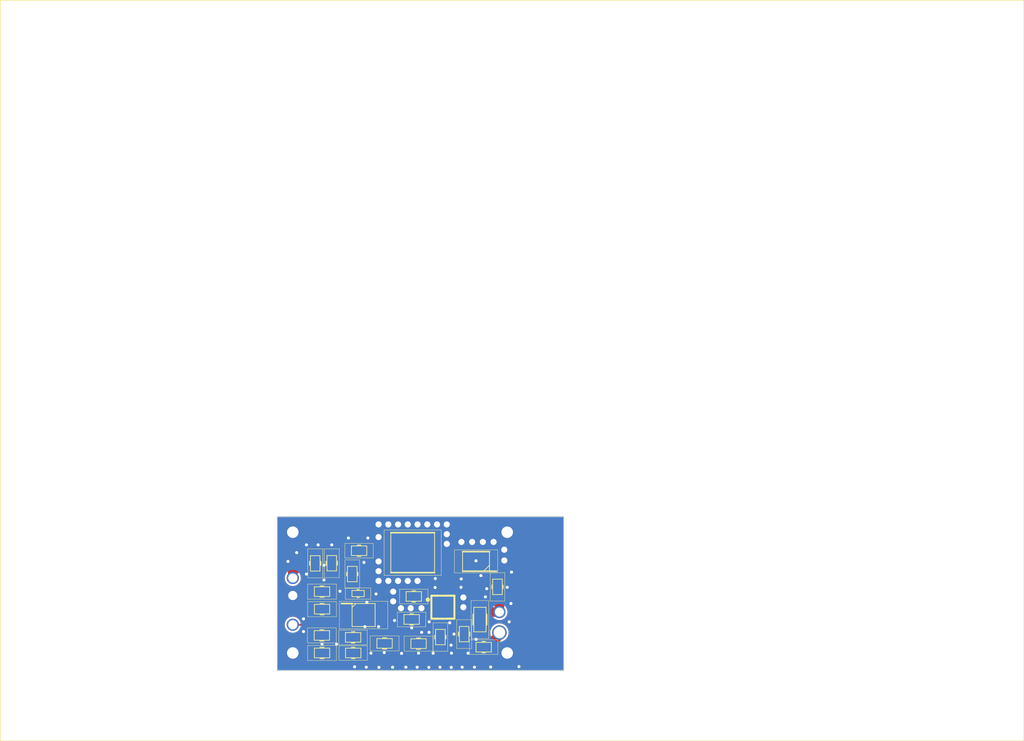
<source format=kicad_pcb>
(kicad_pcb (version 20221018) (generator pcbnew)
  (layers (0 "F.Cu" signal) (31 "B.Cu" signal) (34 "B.Paste" user) (35 "F.Paste" user) (36 "B.SilkS" user "B.Silkscreen") (37 "F.SilkS" user "F.Silkscreen") (38 "B.Mask" user) (39 "F.Mask" user) (44 "Edge.Cuts" user))
  (net 0 "")
  (net 1 "Net-(IC1-FB)")
  (net 2 "Net-(IC1-COMP)")
  (net 3 "Net-(IC1-RC)")
  (net 4 "Net-(IC1-SS)")
  (net 5 "Net-(D8-Conn)")
  (net 6 "Net-(C2-Pad1)")
  (net 7 "Net-(IC1-BP)")
  (net 8 "Net-(IC1-ISNS)")
  (net 9 "Net-(D10-Conn)")
  (net 10 "Net-(D12-Pad1)")
  (net 11 "Net-(D6-Conn)")
  (net 12 "Net-(Q1-D_1)")
  (net 13 "Net-(D17-Conn)")
  (net 14 "Net-(IC1-GDRV)")
  (net 15 "Net-(L2-Pad1)")
  (net 16 "Net-(Q1-S_1)")
  (net 17 "Net-(Q1-G)")
  (net 18 "GND")
  (footprint "Wire_holes:WireHole_1p5" (layer "F.Cu") (at 128.524 135.763)
    (fp_text reference "D6" hide)
    (fp_text value "Wire_Pad_01" hide)
    (pad "1" thru_hole circle (at 0 0) (size 1.9 1.9) (drill 1.5) (layers "*.Cu" "*.Mask") (net 11 "Net-(D6-Conn)"))
  )
  (footprint "Capacitor_SMD:C_0805_2012Metric_Pad1.18x1.45mm_HandSolder" (layer "F.Cu") (at 113.5595 137.1854)
    (fp_text reference "C9" hide)
    (fp_text value "C" hide)
    (pad "1" smd roundrect (at -1.0375 0) (size 1.175 1.45) (layers "F.Cu" "F.Paste" "F.Mask") (roundrect_rratio 0.212766) (net 7 "Net-(IC1-BP)"))
    (pad "2" smd roundrect (at 1.0375 0) (size 1.175 1.45) (layers "F.Cu" "F.Paste" "F.Mask") (roundrect_rratio 0.212766) (net 18 "GND"))
  )
  (footprint "Capacitor_SMD:C_0805_2012Metric_Pad1.18x1.45mm_HandSolder" (layer "F.Cu") (at 106.68 126.7245 -90)
    (fp_text reference "C5" hide)
    (fp_text value "C" hide)
    (pad "1" smd roundrect (at -1.0375 0 270) (size 1.175 1.45) (layers "F.Cu" "F.Paste" "F.Mask") (roundrect_rratio 0.212766) (net 5 "Net-(D8-Conn)"))
    (pad "2" smd roundrect (at 1.0375 0 270) (size 1.175 1.45) (layers "F.Cu" "F.Paste" "F.Mask") (roundrect_rratio 0.212766) (net 18 "GND"))
  )
  (footprint "Resistor_SMD:R_0805_2012Metric_Pad1.20x1.40mm_HandSolder" (layer "F.Cu") (at 109.458 136.398 180)
    (fp_text reference "R3" hide)
    (fp_text value "R" hide)
    (pad "1" smd roundrect (at -1 0 180) (size 1.2 1.4) (layers "F.Cu" "F.Paste" "F.Mask") (roundrect_rratio 0.208333) (net 1 "Net-(IC1-FB)"))
    (pad "2" smd roundrect (at 1 0 180) (size 1.2 1.4) (layers "F.Cu" "F.Paste" "F.Mask") (roundrect_rratio 0.208333) (net 6 "Net-(C2-Pad1)"))
  )
  (footprint "Resistor_SMD:R_0805_2012Metric_Pad1.20x1.40mm_HandSolder" (layer "F.Cu") (at 109.347 128.143 90)
    (fp_text reference "R4" hide)
    (fp_text value "R" hide)
    (pad "1" smd roundrect (at -1 0 90) (size 1.2 1.4) (layers "F.Cu" "F.Paste" "F.Mask") (roundrect_rratio 0.208333) (net 3 "Net-(IC1-RC)"))
    (pad "2" smd roundrect (at 1 0 90) (size 1.2 1.4) (layers "F.Cu" "F.Paste" "F.Mask") (roundrect_rratio 0.208333) (net 5 "Net-(D8-Conn)"))
  )
  (footprint "libraries:WireHole_1p2" (layer "F.Cu") (at 101.6 130.937)
    (fp_text reference "D1" hide)
    (fp_text value "WireHole_1p5" hide)
    (pad "1" thru_hole circle (at 0 0) (size 1.6 1.6) (drill 1.2) (layers "*.Cu" "*.Mask") (net 18 "GND"))
  )
  (footprint "Resistor_SMD:R_0805_2012Metric_Pad1.20x1.40mm_HandSolder" (layer "F.Cu") (at 109.474 138.43 180)
    (fp_text reference "R2" hide)
    (fp_text value "R" hide)
    (pad "1" smd roundrect (at -1 0 180) (size 1.2 1.4) (layers "F.Cu" "F.Paste" "F.Mask") (roundrect_rratio 0.208333) (net 11 "Net-(D6-Conn)"))
    (pad "2" smd roundrect (at 1 0 180) (size 1.2 1.4) (layers "F.Cu" "F.Paste" "F.Mask") (roundrect_rratio 0.208333) (net 1 "Net-(IC1-FB)"))
  )
  (footprint "Resistor_SMD:R_0805_2012Metric_Pad1.20x1.40mm_HandSolder" (layer "F.Cu") (at 117.0846 134.0612)
    (fp_text reference "R6" hide)
    (fp_text value "R" hide)
    (pad "1" smd roundrect (at -1 0) (size 1.2 1.4) (layers "F.Cu" "F.Paste" "F.Mask") (roundrect_rratio 0.208333) (net 14 "Net-(IC1-GDRV)"))
    (pad "2" smd roundrect (at 1 0) (size 1.2 1.4) (layers "F.Cu" "F.Paste" "F.Mask") (roundrect_rratio 0.208333) (net 17 "Net-(Q1-G)"))
  )
  (footprint "libraries:WireHole_1p2" (layer "F.Cu") (at 128.524 133.096)
    (fp_text reference "D10" hide)
    (fp_text value "WireHole_1p5" hide)
    (pad "1" thru_hole circle (at 0 0) (size 1.6 1.6) (drill 1.2) (layers "*.Cu" "*.Mask") (net 9 "Net-(D10-Conn)"))
  )
  (footprint "Capacitor_SMD:C_0805_2012Metric_Pad1.18x1.45mm_HandSolder" (layer "F.Cu") (at 105.41 132.715)
    (fp_text reference "C4" hide)
    (fp_text value "C" hide)
    (pad "1" smd roundrect (at -1.0375 0) (size 1.175 1.45) (layers "F.Cu" "F.Paste" "F.Mask") (roundrect_rratio 0.212766) (net 18 "GND"))
    (pad "2" smd roundrect (at 1.0375 0) (size 1.175 1.45) (layers "F.Cu" "F.Paste" "F.Mask") (roundrect_rratio 0.212766) (net 4 "Net-(IC1-SS)"))
  )
  (footprint "Capacitor_SMD:C_0805_2012Metric_Pad1.18x1.45mm_HandSolder" (layer "F.Cu") (at 123.9266 135.9662 -90)
    (fp_text reference "C30" hide)
    (fp_text value "C" hide)
    (pad "1" smd roundrect (at -1.0375 0 270) (size 1.175 1.45) (layers "F.Cu" "F.Paste" "F.Mask") (roundrect_rratio 0.212766) (net 9 "Net-(D10-Conn)"))
    (pad "2" smd roundrect (at 1.0375 0 270) (size 1.175 1.45) (layers "F.Cu" "F.Paste" "F.Mask") (roundrect_rratio 0.212766) (net 18 "GND"))
  )
  (footprint "Capacitor_SMD:C_0805_2012Metric_Pad1.18x1.45mm_HandSolder" (layer "F.Cu") (at 117.9869 137.2108 180)
    (fp_text reference "C11" hide)
    (fp_text value "C" hide)
    (pad "1" smd roundrect (at -1.0375 0 180) (size 1.175 1.45) (layers "F.Cu" "F.Paste" "F.Mask") (roundrect_rratio 0.212766) (net 8 "Net-(IC1-ISNS)"))
    (pad "2" smd roundrect (at 1.0375 0 180) (size 1.175 1.45) (layers "F.Cu" "F.Paste" "F.Mask") (roundrect_rratio 0.212766) (net 18 "GND"))
  )
  (footprint "libraries:DFN_3X3_EP" (layer "F.Cu") (at 121.158 132.461 -90)
    (fp_text reference "Q1" hide)
    (fp_text value "AON7407" hide)
    (pad "1" smd rect (at -0.975 1.4 270) (size 0.35 0.5) (layers "F.Cu" "F.Paste" "F.Mask") (net 16 "Net-(Q1-S_1)"))
    (pad "2" smd rect (at -0.325 1.4 270) (size 0.35 0.5) (layers "F.Cu" "F.Paste" "F.Mask") (net 16 "Net-(Q1-S_1)"))
    (pad "3" smd rect (at 0.325 1.4 270) (size 0.35 0.5) (layers "F.Cu" "F.Paste" "F.Mask") (net 16 "Net-(Q1-S_1)"))
    (pad "4" smd rect (at 0.975 1.4 270) (size 0.35 0.5) (layers "F.Cu" "F.Paste" "F.Mask") (net 17 "Net-(Q1-G)"))
    (pad "5" smd rect (at 0.975 -1.5) (size 0.3 0.4) (layers "F.Cu" "F.Paste" "F.Mask") (net 12 "Net-(Q1-D_1)"))
    (pad "6" smd rect (at 0.325 -1.5) (size 0.3 0.4) (layers "F.Cu" "F.Paste" "F.Mask") (net 12 "Net-(Q1-D_1)"))
    (pad "7" smd rect (at -0.325 -1.5) (size 0.3 0.4) (layers "F.Cu" "F.Paste" "F.Mask") (net 12 "Net-(Q1-D_1)"))
    (pad "8" smd rect (at -0.975 -1.5) (size 0.3 0.4) (layers "F.Cu" "F.Paste" "F.Mask") (net 12 "Net-(Q1-D_1)"))
    (pad "9" smd rect (at -1.415 0 270) (size 0.38 0.43) (layers "F.Cu" "F.Paste" "F.Mask"))
    (pad "10" smd rect (at 0 -0.36) (size 1.98 2.45) (layers "F.Cu" "F.Paste" "F.Mask"))
    (pad "11" smd rect (at 1.415 0 270) (size 0.38 0.43) (layers "F.Cu" "F.Paste" "F.Mask"))
  )
  (footprint "Resistor_SMD:R_0805_2012Metric_Pad1.20x1.40mm_HandSolder" (layer "F.Cu") (at 126.476 137.668)
    (fp_text reference "R1" hide)
    (fp_text value "R" hide)
    (pad "1" smd roundrect (at -1 0) (size 1.2 1.4) (layers "F.Cu" "F.Paste" "F.Mask") (roundrect_rratio 0.208333) (net 18 "GND"))
    (pad "2" smd roundrect (at 1 0) (size 1.2 1.4) (layers "F.Cu" "F.Paste" "F.Mask") (roundrect_rratio 0.208333) (net 11 "Net-(D6-Conn)"))
  )
  (footprint "Capacitor_SMD:C_0603_1608Metric_Pad1.08x0.95mm_HandSolder" (layer "F.Cu") (at 110.109 130.683 180)
    (fp_text reference "C12" hide)
    (fp_text value "C" hide)
    (pad "1" smd roundrect (at -0.8625 0 180) (size 1.075 0.95) (layers "F.Cu" "F.Paste" "F.Mask") (net 5 "Net-(D8-Conn)"))
    (pad "2" smd roundrect (at 0.8625 0 180) (size 1.075 0.95) (layers "F.Cu" "F.Paste" "F.Mask") (net 18 "GND"))
  )
  (footprint "Wire_holes:WireHole_1p5" (layer "F.Cu") (at 101.6 138.43)
    (fp_text reference "U4" hide)
    (fp_text value "Mounting_Hole_M2" hide)
    (pad "1" thru_hole circle (at 0 0) (size 1.9 1.9) (drill 1.5) (layers "*.Cu" "*.Mask") (net 18 "GND"))
  )
  (footprint "Capacitor_SMD:C_0805_2012Metric_Pad1.18x1.45mm_HandSolder" (layer "F.Cu") (at 105.3885 136.144 180)
    (fp_text reference "C2" hide)
    (fp_text value "C" hide)
    (pad "1" smd roundrect (at -1.0375 0 180) (size 1.175 1.45) (layers "F.Cu" "F.Paste" "F.Mask") (roundrect_rratio 0.212766) (net 6 "Net-(C2-Pad1)"))
    (pad "2" smd roundrect (at 1.0375 0 180) (size 1.175 1.45) (layers "F.Cu" "F.Paste" "F.Mask") (roundrect_rratio 0.212766) (net 2 "Net-(IC1-COMP)"))
  )
  (footprint "Wire_holes:WireHole_1p5" (layer "F.Cu") (at 129.54 138.43)
    (fp_text reference "U3" hide)
    (fp_text value "Mounting_Hole_M2" hide)
    (pad "1" thru_hole circle (at 0 0) (size 1.9 1.9) (drill 1.5) (layers "*.Cu" "*.Mask") (net 18 "GND"))
  )
  (footprint "Resistor_SMD:R_0805_2012Metric_Pad1.20x1.40mm_HandSolder" (layer "F.Cu") (at 128.27 129.81 90)
    (fp_text reference "R12" hide)
    (fp_text value "R" hide)
    (pad "1" smd roundrect (at -1 0 90) (size 1.2 1.4) (layers "F.Cu" "F.Paste" "F.Mask") (roundrect_rratio 0.208333) (net 9 "Net-(D10-Conn)"))
    (pad "2" smd roundrect (at 1 0 90) (size 1.2 1.4) (layers "F.Cu" "F.Paste" "F.Mask") (roundrect_rratio 0.208333) (net 10 "Net-(D12-Pad1)"))
  )
  (footprint "Capacitor_SMD:C_1206_3216Metric_Pad1.33x1.80mm_HandSolder" (layer "F.Cu") (at 125.984 134.0735 -90)
    (fp_text reference "C13" hide)
    (fp_text value "C" hide)
    (pad "1" smd roundrect (at -1.5625 0 270) (size 1.325 1.8) (layers "F.Cu" "F.Paste" "F.Mask") (roundrect_rratio 0.188679) (net 9 "Net-(D10-Conn)"))
    (pad "2" smd roundrect (at 1.5625 0 270) (size 1.325 1.8) (layers "F.Cu" "F.Paste" "F.Mask") (roundrect_rratio 0.188679) (net 18 "GND"))
  )
  (footprint "libraries:SODFL4626X120N" (layer "F.Cu") (at 125.476 126.492 180)
    (fp_text reference "D12" hide)
    (fp_text value "SS36" hide)
    (pad "1" smd rect (at -1.9 0 180) (size 1.53 1.63) (layers "F.Cu" "F.Paste" "F.Mask") (net 10 "Net-(D12-Pad1)"))
    (pad "2" smd rect (at 1.9 0 180) (size 1.53 1.63) (layers "F.Cu" "F.Paste" "F.Mask") (net 12 "Net-(Q1-D_1)"))
  )
  (footprint "Wire_holes:WireHole_1p5" (layer "F.Cu") (at 101.6 122.682)
    (fp_text reference "U5" hide)
    (fp_text value "Mounting_Hole_M2" hide)
    (pad "1" thru_hole circle (at 0 0) (size 1.9 1.9) (drill 1.5) (layers "*.Cu" "*.Mask") (net 18 "GND"))
  )
  (footprint "Wire_holes:WireHole_1p5" (layer "F.Cu") (at 129.54 122.682)
    (fp_text reference "U2" hide)
    (fp_text value "Mounting_Hole_M2" hide)
    (pad "1" thru_hole circle (at 0 0) (size 1.9 1.9) (drill 1.5) (layers "*.Cu" "*.Mask") (net 18 "GND"))
  )
  (footprint "Resistor_SMD:R_0805_2012Metric_Pad1.20x1.40mm_HandSolder" (layer "F.Cu") (at 117.364 131.064 180)
    (fp_text reference "R8" hide)
    (fp_text value "R" hide)
    (pad "1" smd roundrect (at -1 0 180) (size 1.2 1.4) (layers "F.Cu" "F.Paste" "F.Mask") (roundrect_rratio 0.208333) (net 16 "Net-(Q1-S_1)"))
    (pad "2" smd roundrect (at 1 0 180) (size 1.2 1.4) (layers "F.Cu" "F.Paste" "F.Mask") (roundrect_rratio 0.208333) (net 18 "GND"))
  )
  (footprint "Resistor_SMD:R_0805_2012Metric_Pad1.20x1.40mm_HandSolder" (layer "F.Cu") (at 110.236 125.095)
    (fp_text reference "R11" hide)
    (fp_text value "R" hide)
    (pad "1" smd roundrect (at -1 0) (size 1.2 1.4) (layers "F.Cu" "F.Paste" "F.Mask") (roundrect_rratio 0.208333) (net 5 "Net-(D8-Conn)"))
    (pad "2" smd roundrect (at 1 0) (size 1.2 1.4) (layers "F.Cu" "F.Paste" "F.Mask") (roundrect_rratio 0.208333) (net 15 "Net-(L2-Pad1)"))
  )
  (footprint "libraries:INDPM5752X300N" (layer "F.Cu") (at 117.221 125.349)
    (fp_text reference "L2" hide)
    (fp_text value "SRP7050AA-220M" hide)
    (pad "1" smd rect (at -2.4 0 90) (size 1.6 2.15) (layers "F.Cu" "F.Paste" "F.Mask") (net 15 "Net-(L2-Pad1)"))
    (pad "2" smd rect (at 2.4 0 90) (size 1.6 2.15) (layers "F.Cu" "F.Paste" "F.Mask") (net 12 "Net-(Q1-D_1)"))
  )
  (footprint "Capacitor_SMD:C_0805_2012Metric_Pad1.18x1.45mm_HandSolder" (layer "F.Cu") (at 105.41 138.43 180)
    (fp_text reference "C1" hide)
    (fp_text value "C" hide)
    (pad "1" smd roundrect (at -1.0375 0 180) (size 1.175 1.45) (layers "F.Cu" "F.Paste" "F.Mask") (roundrect_rratio 0.212766) (net 1 "Net-(IC1-FB)"))
    (pad "2" smd roundrect (at 1.0375 0 180) (size 1.175 1.45) (layers "F.Cu" "F.Paste" "F.Mask") (roundrect_rratio 0.212766) (net 2 "Net-(IC1-COMP)"))
  )
  (footprint "libraries:SOP50P490X110-11N" (layer "F.Cu") (at 110.83 133.485)
    (fp_text reference "IC1" hide)
    (fp_text value "TPS40211QDGQRQ1" hide)
    (pad "1" smd rect (at -2.2 -1 90) (size 0.3 1.4) (layers "F.Cu" "F.Paste" "F.Mask") (net 3 "Net-(IC1-RC)"))
    (pad "2" smd rect (at -2.2 -0.5 90) (size 0.3 1.4) (layers "F.Cu" "F.Paste" "F.Mask") (net 4 "Net-(IC1-SS)"))
    (pad "3" smd rect (at -2.2 0 90) (size 0.3 1.4) (layers "F.Cu" "F.Paste" "F.Mask") (net 13 "Net-(D17-Conn)"))
    (pad "4" smd rect (at -2.2 0.5 90) (size 0.3 1.4) (layers "F.Cu" "F.Paste" "F.Mask") (net 2 "Net-(IC1-COMP)"))
    (pad "5" smd rect (at -2.2 1 90) (size 0.3 1.4) (layers "F.Cu" "F.Paste" "F.Mask") (net 1 "Net-(IC1-FB)"))
    (pad "6" smd rect (at 2.2 1 90) (size 0.3 1.4) (layers "F.Cu" "F.Paste" "F.Mask") (net 18 "GND"))
    (pad "7" smd rect (at 2.2 0.5 90) (size 0.3 1.4) (layers "F.Cu" "F.Paste" "F.Mask") (net 8 "Net-(IC1-ISNS)"))
    (pad "8" smd rect (at 2.2 0 90) (size 0.3 1.4) (layers "F.Cu" "F.Paste" "F.Mask") (net 14 "Net-(IC1-GDRV)"))
    (pad "9" smd rect (at 2.2 -0.5 90) (size 0.3 1.4) (layers "F.Cu" "F.Paste" "F.Mask") (net 7 "Net-(IC1-BP)"))
    (pad "10" smd rect (at 2.2 -1 90) (size 0.3 1.4) (layers "F.Cu" "F.Paste" "F.Mask") (net 5 "Net-(D8-Conn)"))
    (pad "11" smd rect (at 0 0) (size 1.57 1.88) (layers "F.Cu" "F.Paste" "F.Mask") (net 18 "GND"))
  )
  (footprint "Capacitor_SMD:C_0805_2012Metric_Pad1.18x1.45mm_HandSolder" (layer "F.Cu") (at 105.41 130.429)
    (fp_text reference "C3" hide)
    (fp_text value "C" hide)
    (pad "1" smd roundrect (at -1.0375 0) (size 1.175 1.45) (layers "F.Cu" "F.Paste" "F.Mask") (roundrect_rratio 0.212766) (net 18 "GND"))
    (pad "2" smd roundrect (at 1.0375 0) (size 1.175 1.45) (layers "F.Cu" "F.Paste" "F.Mask") (roundrect_rratio 0.212766) (net 3 "Net-(IC1-RC)"))
  )
  (footprint "libraries:WireHole_1p2" (layer "F.Cu") (at 101.6 134.747)
    (fp_text reference "D17" hide)
    (fp_text value "WireHole_1p5" hide)
    (pad "1" thru_hole circle (at 0 0) (size 1.6 1.6) (drill 1.2) (layers "*.Cu" "*.Mask") (net 13 "Net-(D17-Conn)"))
  )
  (footprint "libraries:WireHole_1p2" (layer "F.Cu") (at 101.6 128.651)
    (fp_text reference "D8" hide)
    (fp_text value "WireHole_1p5" hide)
    (pad "1" thru_hole circle (at 0 0) (size 1.6 1.6) (drill 1.2) (layers "*.Cu" "*.Mask") (net 5 "Net-(D8-Conn)"))
  )
  (footprint "Resistor_SMD:R_0805_2012Metric_Pad1.20x1.40mm_HandSolder" (layer "F.Cu") (at 120.8278 136.3566 90)
    (fp_text reference "R7" hide)
    (fp_text value "R" hide)
    (pad "1" smd roundrect (at -1 0 90) (size 1.2 1.4) (layers "F.Cu" "F.Paste" "F.Mask") (roundrect_rratio 0.208333) (net 8 "Net-(IC1-ISNS)"))
    (pad "2" smd roundrect (at 1 0 90) (size 1.2 1.4) (layers "F.Cu" "F.Paste" "F.Mask") (roundrect_rratio 0.208333) (net 16 "Net-(Q1-S_1)"))
  )
  (footprint "Capacitor_SMD:C_0805_2012Metric_Pad1.18x1.45mm_HandSolder" (layer "F.Cu") (at 104.521 126.746 -90)
    (fp_text reference "C8" hide)
    (fp_text value "C" hide)
    (pad "1" smd roundrect (at -1.0375 0 270) (size 1.175 1.45) (layers "F.Cu" "F.Paste" "F.Mask") (roundrect_rratio 0.212766) (net 5 "Net-(D8-Conn)"))
    (pad "2" smd roundrect (at 1.0375 0 270) (size 1.175 1.45) (layers "F.Cu" "F.Paste" "F.Mask") (roundrect_rratio 0.212766) (net 18 "GND"))
  )
  (gr_line (start 63.5 53.34) (end 196.85 53.34) (stroke (width 0.1)) (layer "F.SilkS"))
  (gr_line (start 196.85 149.86) (end 63.5 149.86) (stroke (width 0.1)) (layer "F.SilkS"))
  (gr_line (start 196.85 53.34) (end 196.85 149.86) (stroke (width 0.1)) (layer "F.SilkS"))
  (gr_line (start 63.5 149.86) (end 63.5 53.34) (stroke (width 0.1)) (layer "F.SilkS"))
  (gr_line (start 136.906 140.716) (end 99.568 140.716) (stroke (width 0.1)) (layer "Edge.Cuts"))
  (gr_line (start 136.906 120.65) (end 136.906 140.716) (stroke (width 0.1)) (layer "Edge.Cuts"))
  (gr_line (start 99.568 140.716) (end 99.568 120.65) (stroke (width 0.1)) (layer "Edge.Cuts"))
  (gr_line (start 99.568 120.65) (end 136.906 120.65) (stroke (width 0.1)) (layer "Edge.Cuts"))
  (segment (start 106.4475 138.43) (end 108.474 138.43) (width 0.25) (layer "F.Cu") (net 1))
  (segment (start 110.458 136.446) (end 108.474 138.43) (width 0.25) (layer "F.Cu") (net 1))
  (segment (start 108.63 134.57) (end 110.458 136.398) (width 0.25) (layer "F.Cu") (net 1))
  (segment (start 110.458 136.398) (end 110.458 136.446) (width 0.25) (layer "F.Cu") (net 1))
  (segment (start 108.63 134.485) (end 108.63 134.57) (width 0.25) (layer "F.Cu") (net 1))
  (segment (start 107.63 133.985) (end 106.741 134.874) (width 0.25) (layer "F.Cu") (net 2))
  (segment (start 106.741 134.874) (end 105.621 134.874) (width 0.25) (layer "F.Cu") (net 2))
  (segment (start 105.621 134.874) (end 104.351 136.144) (width 0.25) (layer "F.Cu") (net 2))
  (segment (start 104.3725 138.43) (end 104.3725 136.1655) (width 0.25) (layer "F.Cu") (net 2))
  (segment (start 108.63 133.985) (end 107.63 133.985) (width 0.25) (layer "F.Cu") (net 2))
  (segment (start 104.3725 136.1655) (end 104.351 136.144) (width 0.25) (layer "F.Cu") (net 2))
  (segment (start 106.4475 130.429) (end 106.574 130.429) (width 0.25) (layer "F.Cu") (net 3))
  (segment (start 107.7335 129.143) (end 106.4475 130.429) (width 0.25) (layer "F.Cu") (net 3))
  (segment (start 106.574 130.429) (end 108.63 132.485) (width 0.25) (layer "F.Cu") (net 3))
  (segment (start 109.347 129.143) (end 107.7335 129.143) (width 0.25) (layer "F.Cu") (net 3))
  (segment (start 106.7175 132.985) (end 106.4475 132.715) (width 0.25) (layer "F.Cu") (net 4))
  (segment (start 108.63 132.985) (end 106.7175 132.985) (width 0.25) (layer "F.Cu") (net 4))
  (segment (start 108.569 125.095) (end 107.934 125.73) (width 1.25) (layer "F.Cu") (net 5))
  (segment (start 110.9715 130.683) (end 111.228 130.683) (width 0.25) (layer "F.Cu") (net 5))
  (segment (start 110.9715 130.683) (end 110.9715 128.7675) (width 0.25) (layer "F.Cu") (net 5))
  (segment (start 111.228 130.683) (end 113.03 132.485) (width 0.25) (layer "F.Cu") (net 5))
  (segment (start 101.6 127.84139) (end 101.6 128.397) (width 1.25) (layer "F.Cu") (net 5))
  (segment (start 107.891 125.687) (end 103.75439 125.687) (width 1.25) (layer "F.Cu") (net 5))
  (segment (start 110.9715 128.7675) (end 107.934 125.73) (width 0.25) (layer "F.Cu") (net 5))
  (segment (start 103.75439 125.687) (end 101.6 127.84139) (width 1.25) (layer "F.Cu") (net 5))
  (segment (start 101.6 128.397) (end 101.6 128.651) (width 0.25) (layer "F.Cu") (net 5))
  (segment (start 109.236 125.095) (end 108.569 125.095) (width 1.25) (layer "F.Cu") (net 5))
  (segment (start 107.934 125.73) (end 107.891 125.687) (width 2) (layer "F.Cu") (net 5))
  (segment (start 108.458 136.398) (end 106.68 136.398) (width 0.25) (layer "F.Cu") (net 6))
  (segment (start 106.68 136.398) (end 106.426 136.144) (width 0.25) (layer "F.Cu") (net 6))
  (segment (start 111.94 133.075) (end 111.94 136.6034) (width 0.25) (layer "F.Cu") (net 7))
  (segment (start 113.03 132.985) (end 112.03 132.985) (width 0.25) (layer "F.Cu") (net 7))
  (segment (start 111.94 136.6034) (end 112.522 137.1854) (width 0.25) (layer "F.Cu") (net 7))
  (segment (start 112.03 132.985) (end 111.94 133.075) (width 0.25) (layer "F.Cu") (net 7))
  (segment (start 120.682 137.2108) (end 120.8278 137.3566) (width 0.25) (layer "F.Cu") (net 8))
  (segment (start 113.03 133.985) (end 113.8428 133.985) (width 0.25) (layer "F.Cu") (net 8))
  (segment (start 119.0244 137.2108) (end 120.682 137.2108) (width 0.25) (layer "F.Cu") (net 8))
  (segment (start 113.8428 133.985) (end 114.1222 134.2644) (width 0.25) (layer "F.Cu") (net 8))
  (segment (start 115.019 135.974) (end 117.3812 135.974) (width 0.25) (layer "F.Cu") (net 8))
  (segment (start 114.1222 134.2644) (end 114.1222 135.0772) (width 0.25) (layer "F.Cu") (net 8))
  (segment (start 117.3812 135.974) (end 118.618 137.2108) (width 0.25) (layer "F.Cu") (net 8))
  (segment (start 118.618 137.2108) (end 119.0244 137.2108) (width 0.25) (layer "F.Cu") (net 8))
  (segment (start 114.1222 135.0772) (end 115.019 135.974) (width 0.25) (layer "F.Cu") (net 8))
  (segment (start 123.9735 134.5215) (end 125.984 132.511) (width 1.25) (layer "F.Cu") (net 9))
  (segment (start 128.524 133.096) (end 128.524 131.064) (width 1.25) (layer "F.Cu") (net 9))
  (segment (start 125.476 133.096) (end 128.524 133.096) (width 1.25) (layer "F.Cu") (net 9))
  (segment (start 128.524 131.064) (end 128.27 130.81) (width 0.25) (layer "F.Cu") (net 9))
  (segment (start 127.4285 127.9685) (end 128.27 128.81) (width 1.25) (layer "F.Cu") (net 10))
  (segment (start 126.868 126.238) (end 126.995 126.365) (width 0.25) (layer "F.Cu") (net 10))
  (segment (start 127.4285 126.5445) (end 127.4285 127.9685) (width 1.25) (layer "F.Cu") (net 10))
  (segment (start 127.249 126.365) (end 127.4285 126.5445) (width 1.25) (layer "F.Cu") (net 10))
  (segment (start 110.474 138.8204) (end 110.474 138.43) (width 0.5) (layer "F.Cu") (net 11))
  (segment (start 128.524 136.0805) (end 128.524 135.763) (width 1.25) (layer "F.Cu") (net 11))
  (segment (start 111.0488 139.3952) (end 110.474 138.8204) (width 0.5) (layer "F.Cu") (net 11))
  (segment (start 127.5715 137.033) (end 128.524 136.0805) (width 1.25) (layer "F.Cu") (net 11))
  (segment (start 126.4158 139.3952) (end 111.0488 139.3952) (width 0.5) (layer "F.Cu") (net 11))
  (segment (start 127.4158 138.3952) (end 126.4158 139.3952) (width 0.5) (layer "F.Cu") (net 11))
  (segment (start 121.793 131.046) (end 121.793 126.365) (width 1.75) (layer "F.Cu") (net 12))
  (segment (start 121.793 126.365) (end 121.666 126.238) (width 0.25) (layer "F.Cu") (net 12))
  (segment (start 120.767 131.858) (end 120.774 131.865) (width 0.25) (layer "F.Cu") (net 12))
  (segment (start 121.666 126.238) (end 119.507 126.238) (width 1.85) (layer "F.Cu") (net 12))
  (segment (start 123.576 126.492) (end 123.322 126.238) (width 0.25) (layer "F.Cu") (net 12))
  (segment (start 123.571 126.497) (end 123.576 126.492) (width 0.25) (layer "F.Cu") (net 12))
  (segment (start 123.322 126.238) (end 121.666 126.238) (width 1.85) (layer "F.Cu") (net 12))
  (segment (start 106.549173 134.239) (end 104.013 134.239) (width 0.25) (layer "F.Cu") (net 13))
  (segment (start 108.63 133.485) (end 107.303173 133.485) (width 0.25) (layer "F.Cu") (net 13))
  (segment (start 103.505 134.747) (end 101.6 134.747) (width 0.25) (layer "F.Cu") (net 13))
  (segment (start 107.303173 133.485) (end 106.549173 134.239) (width 0.25) (layer "F.Cu") (net 13))
  (segment (start 104.013 134.239) (end 103.505 134.747) (width 0.25) (layer "F.Cu") (net 13))
  (segment (start 113.03 133.485) (end 115.5084 133.485) (width 0.25) (layer "F.Cu") (net 14))
  (segment (start 115.5084 133.485) (end 116.0846 134.0612) (width 0.25) (layer "F.Cu") (net 14))
  (segment (start 111.236 125.095) (end 114.567 125.095) (width 1.25) (layer "F.Cu") (net 15))
  (segment (start 114.567 125.095) (end 114.821 125.349) (width 1.25) (layer "F.Cu") (net 15))
  (segment (start 119.959 132.786) (end 120.269 133.096) (width 0.2) (layer "F.Cu") (net 16))
  (segment (start 119.758 131.3912) (end 119.3292 130.9624) (width 1) (layer "F.Cu") (net 16))
  (segment (start 120.269 133.1515) (end 120.269 135.382) (width 0.2) (layer "F.Cu") (net 16))
  (segment (start 119.758 131.486) (end 119.758 131.3912) (width 0.25) (layer "F.Cu") (net 16))
  (segment (start 119.959 132.786) (end 119.758 132.786) (width 0.1) (layer "F.Cu") (net 16))
  (segment (start 118.4656 130.9624) (end 118.364 131.064) (width 0.25) (layer "F.Cu") (net 16))
  (segment (start 119.3292 130.9624) (end 118.4656 130.9624) (width 1) (layer "F.Cu") (net 16))
  (segment (start 119.758 131.486) (end 119.758 132.786) (width 0.5) (layer "F.Cu") (net 16))
  (segment (start 119.758 133.436) (end 117.881 133.436) (width 0.25) (layer "F.Cu") (net 17))
  (segment (start 112.633 138.43) (end 112.649 138.414) (width 0.25) (layer "F.Cu") (net 18))
  (via (at 121.666 124.206) (size 1) (drill 0.8) (layers "F.Cu" "B.Cu") (net 18))
  (via (at 116.967 132.588) (size 1) (drill 0.8) (layers "F.Cu" "B.Cu") (net 18))
  (via (at 107.7468 130.3782) (size 0.8) (drill 0.4) (layers "F.Cu" "B.Cu") (net 18))
  (via (at 113.5126 138.3792) (size 0.8) (drill 0.4) (layers "F.Cu" "B.Cu") (net 18))
  (via (at 112.776 123.317) (size 1) (drill 0.8) (layers "F.Cu" "B.Cu") (net 18))
  (via (at 112.8268 140.3096) (size 0.8) (drill 0.4) (layers "F.Cu" "B.Cu") (net 18))
  (via (at 123.6726 140.2842) (size 0.8) (drill 0.4) (layers "F.Cu" "B.Cu") (net 18))
  (via (at 109.6518 140.2334) (size 0.8) (drill 0.4) (layers "F.Cu" "B.Cu") (net 18))
  (via (at 111.1758 140.2842) (size 0.8) (drill 0.4) (layers "F.Cu" "B.Cu") (net 18))
  (via (at 124.4346 138.4554) (size 0.8) (drill 0.4) (layers "F.Cu" "B.Cu") (net 18))
  (via (at 122.2248 137.414) (size 0.8) (drill 0.4) (layers "F.Cu" "B.Cu") (net 18))
  (via (at 130.0226 131.9784) (size 0.8) (drill 0.4) (layers "F.Cu" "B.Cu") (net 18))
  (via (at 125.2728 140.2842) (size 0.8) (drill 0.4) (layers "F.Cu" "B.Cu") (net 18))
  (via (at 119.38 134.366) (size 0.8) (drill 0.4) (layers "F.Cu" "B.Cu") (net 18))
  (via (at 129.54 129.8702) (size 0.8) (drill 0.4) (layers "F.Cu" "B.Cu") (net 18))
  (via (at 119.3292 140.3096) (size 0.8) (drill 0.4) (layers "F.Cu" "B.Cu") (net 18))
  (via (at 121.666 122.936) (size 1) (drill 0.8) (layers "F.Cu" "B.Cu") (net 18))
  (via (at 130.0988 127.889) (size 0.8) (drill 0.4) (layers "F.Cu" "B.Cu") (net 18))
  (via (at 114.681 131.699) (size 1) (drill 0.8) (layers "F.Cu" "B.Cu") (net 18))
  (via (at 122.2502 140.3096) (size 0.8) (drill 0.4) (layers "F.Cu" "B.Cu") (net 18))
  (via (at 129.159 124.968) (size 1) (drill 0.8) (layers "F.Cu" "B.Cu") (net 18))
  (via (at 102.997 135.636) (size 0.8) (drill 0.4) (layers "F.Cu" "B.Cu") (net 18))
  (via (at 122.047 134.493) (size 0.8) (drill 0.4) (layers "F.Cu" "B.Cu") (net 18))
  (via (at 122.2756 138.4554) (size 0.8) (drill 0.4) (layers "F.Cu" "B.Cu") (net 18))
  (via (at 114.681 130.429) (size 1) (drill 0.8) (layers "F.Cu" "B.Cu") (net 18))
  (via (at 125.476 126.4158) (size 0.8) (drill 0.4) (layers "F.Cu" "B.Cu") (net 18))
  (via (at 114.8588 134.1882) (size 0.8) (drill 0.4) (layers "F.Cu" "B.Cu") (net 18))
  (via (at 127.762 123.952) (size 1) (drill 0.8) (layers "F.Cu" "B.Cu") (net 18))
  (via (at 112.4458 130.7338) (size 0.8) (drill 0.4) (layers "F.Cu" "B.Cu") (net 18))
  (via (at 118.364 132.588) (size 1) (drill 0.8) (layers "F.Cu" "B.Cu") (net 18))
  (via (at 102.997 133.985) (size 0.8) (drill 0.4) (layers "F.Cu" "B.Cu") (net 18))
  (via (at 108.839 123.444) (size 0.8) (drill 0.4) (layers "F.Cu" "B.Cu") (net 18))
  (via (at 112.776 126.492) (size 1) (drill 0.8) (layers "F.Cu" "B.Cu") (net 18))
  (via (at 123.5456 128.778) (size 0.8) (drill 0.4) (layers "F.Cu" "B.Cu") (net 18))
  (via (at 114.046 121.666) (size 1) (drill 0.8) (layers "F.Cu" "B.Cu") (net 18))
  (via (at 124.968 123.952) (size 1) (drill 0.8) (layers "F.Cu" "B.Cu") (net 18))
  (via (at 117.983 138.4554) (size 0.8) (drill 0.4) (layers "F.Cu" "B.Cu") (net 18))
  (via (at 117.856 121.666) (size 1) (drill 0.8) (layers "F.Cu" "B.Cu") (net 18))
  (via (at 103.378 124.333) (size 0.8) (drill 0.4) (layers "F.Cu" "B.Cu") (net 18))
  (via (at 118.3894 135.7376) (size 0.8) (drill 0.4) (layers "F.Cu" "B.Cu") (net 18))
  (via (at 125.476 136.652) (size 0.8) (drill 0.4) (layers "F.Cu" "B.Cu") (net 18))
  (via (at 100.965 126.492) (size 0.8) (drill 0.4) (layers "F.Cu" "B.Cu") (net 18))
  (via (at 112.776 127.762) (size 1) (drill 0.8) (layers "F.Cu" "B.Cu") (net 18))
  (via (at 115.316 129.032) (size 1) (drill 0.8) (layers "F.Cu" "B.Cu") (net 18))
  (via (at 111.379 123.444) (size 0.8) (drill 0.4) (layers "F.Cu" "B.Cu") (net 18))
  (via (at 115.316 121.666) (size 1) (drill 0.8) (layers "F.Cu" "B.Cu") (net 18))
  (via (at 105.41 137.287) (size 0.8) (drill 0.4) (layers "F.Cu" "B.Cu") (net 18))
  (via (at 114.6048 140.2842) (size 0.8) (drill 0.4) (layers "F.Cu" "B.Cu") (net 18))
  (via (at 112.776 135.001) (size 0.8) (drill 0.4) (layers "F.Cu" "B.Cu") (net 18))
  (via (at 126.365 123.952) (size 1) (drill 0.8) (layers "F.Cu" "B.Cu") (net 18))
  (via (at 102.108 125.349) (size 0.8) (drill 0.4) (layers "F.Cu" "B.Cu") (net 18))
  (via (at 107.315 137.287) (size 0.8) (drill 0.4) (layers "F.Cu" "B.Cu") (net 18))
  (via (at 116.586 121.666) (size 1) (drill 0.8) (layers "F.Cu" "B.Cu") (net 18))
  (via (at 123.825 131.191) (size 1) (drill 0.8) (layers "F.Cu" "B.Cu") (net 18))
  (via (at 106.68 124.333) (size 0.8) (drill 0.4) (layers "F.Cu" "B.Cu") (net 18))
  (via (at 126.111 128.3462) (size 0.8) (drill 0.4) (layers "F.Cu" "B.Cu") (net 18))
  (via (at 105.664 128.905) (size 0.8) (drill 0.4) (layers "F.Cu" "B.Cu") (net 18))
  (via (at 126.873 130.048) (size 0.8) (drill 0.4) (layers "F.Cu" "B.Cu") (net 18))
  (via (at 103.378 128.143) (size 0.8) (drill 0.4) (layers "F.Cu" "B.Cu") (net 18))
  (via (at 123.825 132.461) (size 1) (drill 0.8) (layers "F.Cu" "B.Cu") (net 18))
  (via (at 119.126 121.666) (size 1) (drill 0.8) (layers "F.Cu" "B.Cu") (net 18))
  (via (at 110.871 126.619) (size 0.8) (drill 0.4) (layers "F.Cu" "B.Cu") (net 18))
  (via (at 120.777 140.2842) (size 0.8) (drill 0.4) (layers "F.Cu" "B.Cu") (net 18))
  (via (at 116.586 129.032) (size 1) (drill 0.8) (layers "F.Cu" "B.Cu") (net 18))
  (via (at 112.776 121.666) (size 1) (drill 0.8) (layers "F.Cu" "B.Cu") (net 18))
  (via (at 120.396 121.666) (size 1) (drill 0.8) (layers "F.Cu" "B.Cu") (net 18))
  (via (at 129.794 134.366) (size 0.8) (drill 0.4) (layers "F.Cu" "B.Cu") (net 18))
  (via (at 115.697 132.588) (size 1) (drill 0.8) (layers "F.Cu" "B.Cu") (net 18))
  (via (at 117.094 135.1534) (size 0.8) (drill 0.4) (layers "F.Cu" "B.Cu") (net 18))
  (via (at 104.902 124.333) (size 0.8) (drill 0.4) (layers "F.Cu" "B.Cu") (net 18))
  (via (at 116.332 140.2842) (size 0.8) (drill 0.4) (layers "F.Cu" "B.Cu") (net 18))
  (via (at 120.1674 128.7272) (size 0.8) (drill 0.4) (layers "F.Cu" "B.Cu") (net 18))
  (via (at 114.046 129.032) (size 1) (drill 0.8) (layers "F.Cu" "B.Cu") (net 18))
  (via (at 127.381 140.2588) (size 0.8) (drill 0.4) (layers "F.Cu" "B.Cu") (net 18))
  (via (at 120.142 129.8956) (size 0.8) (drill 0.4) (layers "F.Cu" "B.Cu") (net 18))
  (via (at 117.856 129.032) (size 1) (drill 0.8) (layers "F.Cu" "B.Cu") (net 18))
  (via (at 122.6058 135.9662) (size 0.8) (drill 0.4) (layers "F.Cu" "B.Cu") (net 18))
  (via (at 123.5202 129.8702) (size 0.8) (drill 0.4) (layers "F.Cu" "B.Cu") (net 18))
  (via (at 119.3546 135.7376) (size 0.8) (drill 0.4) (layers "F.Cu" "B.Cu") (net 18))
  (via (at 115.7732 138.4808) (size 0.8) (drill 0.4) (layers "F.Cu" "B.Cu") (net 18))
  (via (at 129.159 126.365) (size 1) (drill 0.8) (layers "F.Cu" "B.Cu") (net 18))
  (via (at 117.8052 140.2842) (size 0.8) (drill 0.4) (layers "F.Cu" "B.Cu") (net 18))
  (via (at 119.888 138.4554) (size 0.8) (drill 0.4) (layers "F.Cu" "B.Cu") (net 18))
  (via (at 111.252 131.826) (size 0.8) (drill 0.4) (layers "F.Cu" "B.Cu") (net 18))
  (via (at 121.666 121.666) (size 1) (drill 0.8) (layers "F.Cu" "B.Cu") (net 18))
  (via (at 112.776 129.032) (size 1) (drill 0.8) (layers "F.Cu" "B.Cu") (net 18))
  (via (at 111.7854 138.4554) (size 0.8) (drill 0.4) (layers "F.Cu" "B.Cu") (net 18))
  (via (at 123.571 123.952) (size 1) (drill 0.8) (layers "F.Cu" "B.Cu") (net 18))
  (via (at 126.6952 131.1148) (size 0.8) (drill 0.4) (layers "F.Cu" "B.Cu") (net 18))
  (via (at 131.064 140.208) (size 0.8) (drill 0.4) (layers "F.Cu" "B.Cu") (net 18))
  (via (at 110.998 135.001) (size 0.8) (drill 0.4) (layers "F.Cu" "B.Cu") (net 18))
  (via (at 105.664 127) (size 0.8) (drill 0.4) (layers "F.Cu" "B.Cu") (net 18))
  (zone (net 18) (net_name "GND") (layers "F&B.Cu") (priority 2) (connect_pads yes (clearance 0.25)) (min_thickness 0.25) (fill yes (thermal_gap 0.5) (thermal_bridge_width 0.5))
    (polygon (pts (xy 136.906 120.65) (xy 99.568 120.65) (xy 99.568 140.716) (xy 136.906 140.716)))
  )
)
</source>
